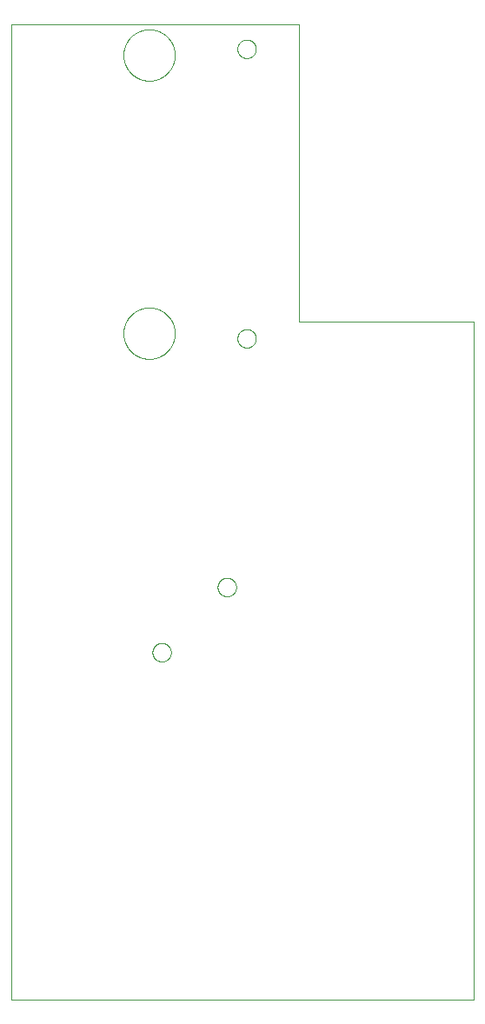
<source format=gbp>
G75*
%MOIN*%
%OFA0B0*%
%FSLAX25Y25*%
%IPPOS*%
%LPD*%
%AMOC8*
5,1,8,0,0,1.08239X$1,22.5*
%
%ADD10C,0.00000*%
D10*
X0001406Y0008882D02*
X0001406Y0382898D01*
X0111643Y0382898D01*
X0111643Y0268725D01*
X0178572Y0268725D01*
X0178572Y0008882D01*
X0001406Y0008882D01*
X0055435Y0142051D02*
X0055437Y0142170D01*
X0055443Y0142288D01*
X0055453Y0142406D01*
X0055467Y0142524D01*
X0055484Y0142641D01*
X0055506Y0142758D01*
X0055532Y0142874D01*
X0055561Y0142989D01*
X0055594Y0143103D01*
X0055631Y0143215D01*
X0055672Y0143327D01*
X0055717Y0143437D01*
X0055765Y0143545D01*
X0055817Y0143652D01*
X0055872Y0143757D01*
X0055931Y0143860D01*
X0055993Y0143961D01*
X0056058Y0144060D01*
X0056127Y0144157D01*
X0056199Y0144251D01*
X0056274Y0144343D01*
X0056352Y0144432D01*
X0056433Y0144519D01*
X0056517Y0144603D01*
X0056604Y0144684D01*
X0056693Y0144762D01*
X0056785Y0144837D01*
X0056879Y0144909D01*
X0056976Y0144978D01*
X0057075Y0145043D01*
X0057176Y0145105D01*
X0057279Y0145164D01*
X0057384Y0145219D01*
X0057491Y0145271D01*
X0057599Y0145319D01*
X0057709Y0145364D01*
X0057821Y0145405D01*
X0057933Y0145442D01*
X0058047Y0145475D01*
X0058162Y0145504D01*
X0058278Y0145530D01*
X0058395Y0145552D01*
X0058512Y0145569D01*
X0058630Y0145583D01*
X0058748Y0145593D01*
X0058866Y0145599D01*
X0058985Y0145601D01*
X0059104Y0145599D01*
X0059222Y0145593D01*
X0059340Y0145583D01*
X0059458Y0145569D01*
X0059575Y0145552D01*
X0059692Y0145530D01*
X0059808Y0145504D01*
X0059923Y0145475D01*
X0060037Y0145442D01*
X0060149Y0145405D01*
X0060261Y0145364D01*
X0060371Y0145319D01*
X0060479Y0145271D01*
X0060586Y0145219D01*
X0060691Y0145164D01*
X0060794Y0145105D01*
X0060895Y0145043D01*
X0060994Y0144978D01*
X0061091Y0144909D01*
X0061185Y0144837D01*
X0061277Y0144762D01*
X0061366Y0144684D01*
X0061453Y0144603D01*
X0061537Y0144519D01*
X0061618Y0144432D01*
X0061696Y0144343D01*
X0061771Y0144251D01*
X0061843Y0144157D01*
X0061912Y0144060D01*
X0061977Y0143961D01*
X0062039Y0143860D01*
X0062098Y0143757D01*
X0062153Y0143652D01*
X0062205Y0143545D01*
X0062253Y0143437D01*
X0062298Y0143327D01*
X0062339Y0143215D01*
X0062376Y0143103D01*
X0062409Y0142989D01*
X0062438Y0142874D01*
X0062464Y0142758D01*
X0062486Y0142641D01*
X0062503Y0142524D01*
X0062517Y0142406D01*
X0062527Y0142288D01*
X0062533Y0142170D01*
X0062535Y0142051D01*
X0062533Y0141932D01*
X0062527Y0141814D01*
X0062517Y0141696D01*
X0062503Y0141578D01*
X0062486Y0141461D01*
X0062464Y0141344D01*
X0062438Y0141228D01*
X0062409Y0141113D01*
X0062376Y0140999D01*
X0062339Y0140887D01*
X0062298Y0140775D01*
X0062253Y0140665D01*
X0062205Y0140557D01*
X0062153Y0140450D01*
X0062098Y0140345D01*
X0062039Y0140242D01*
X0061977Y0140141D01*
X0061912Y0140042D01*
X0061843Y0139945D01*
X0061771Y0139851D01*
X0061696Y0139759D01*
X0061618Y0139670D01*
X0061537Y0139583D01*
X0061453Y0139499D01*
X0061366Y0139418D01*
X0061277Y0139340D01*
X0061185Y0139265D01*
X0061091Y0139193D01*
X0060994Y0139124D01*
X0060895Y0139059D01*
X0060794Y0138997D01*
X0060691Y0138938D01*
X0060586Y0138883D01*
X0060479Y0138831D01*
X0060371Y0138783D01*
X0060261Y0138738D01*
X0060149Y0138697D01*
X0060037Y0138660D01*
X0059923Y0138627D01*
X0059808Y0138598D01*
X0059692Y0138572D01*
X0059575Y0138550D01*
X0059458Y0138533D01*
X0059340Y0138519D01*
X0059222Y0138509D01*
X0059104Y0138503D01*
X0058985Y0138501D01*
X0058866Y0138503D01*
X0058748Y0138509D01*
X0058630Y0138519D01*
X0058512Y0138533D01*
X0058395Y0138550D01*
X0058278Y0138572D01*
X0058162Y0138598D01*
X0058047Y0138627D01*
X0057933Y0138660D01*
X0057821Y0138697D01*
X0057709Y0138738D01*
X0057599Y0138783D01*
X0057491Y0138831D01*
X0057384Y0138883D01*
X0057279Y0138938D01*
X0057176Y0138997D01*
X0057075Y0139059D01*
X0056976Y0139124D01*
X0056879Y0139193D01*
X0056785Y0139265D01*
X0056693Y0139340D01*
X0056604Y0139418D01*
X0056517Y0139499D01*
X0056433Y0139583D01*
X0056352Y0139670D01*
X0056274Y0139759D01*
X0056199Y0139851D01*
X0056127Y0139945D01*
X0056058Y0140042D01*
X0055993Y0140141D01*
X0055931Y0140242D01*
X0055872Y0140345D01*
X0055817Y0140450D01*
X0055765Y0140557D01*
X0055717Y0140665D01*
X0055672Y0140775D01*
X0055631Y0140887D01*
X0055594Y0140999D01*
X0055561Y0141113D01*
X0055532Y0141228D01*
X0055506Y0141344D01*
X0055484Y0141461D01*
X0055467Y0141578D01*
X0055453Y0141696D01*
X0055443Y0141814D01*
X0055437Y0141932D01*
X0055435Y0142051D01*
X0080435Y0167051D02*
X0080437Y0167170D01*
X0080443Y0167288D01*
X0080453Y0167406D01*
X0080467Y0167524D01*
X0080484Y0167641D01*
X0080506Y0167758D01*
X0080532Y0167874D01*
X0080561Y0167989D01*
X0080594Y0168103D01*
X0080631Y0168215D01*
X0080672Y0168327D01*
X0080717Y0168437D01*
X0080765Y0168545D01*
X0080817Y0168652D01*
X0080872Y0168757D01*
X0080931Y0168860D01*
X0080993Y0168961D01*
X0081058Y0169060D01*
X0081127Y0169157D01*
X0081199Y0169251D01*
X0081274Y0169343D01*
X0081352Y0169432D01*
X0081433Y0169519D01*
X0081517Y0169603D01*
X0081604Y0169684D01*
X0081693Y0169762D01*
X0081785Y0169837D01*
X0081879Y0169909D01*
X0081976Y0169978D01*
X0082075Y0170043D01*
X0082176Y0170105D01*
X0082279Y0170164D01*
X0082384Y0170219D01*
X0082491Y0170271D01*
X0082599Y0170319D01*
X0082709Y0170364D01*
X0082821Y0170405D01*
X0082933Y0170442D01*
X0083047Y0170475D01*
X0083162Y0170504D01*
X0083278Y0170530D01*
X0083395Y0170552D01*
X0083512Y0170569D01*
X0083630Y0170583D01*
X0083748Y0170593D01*
X0083866Y0170599D01*
X0083985Y0170601D01*
X0084104Y0170599D01*
X0084222Y0170593D01*
X0084340Y0170583D01*
X0084458Y0170569D01*
X0084575Y0170552D01*
X0084692Y0170530D01*
X0084808Y0170504D01*
X0084923Y0170475D01*
X0085037Y0170442D01*
X0085149Y0170405D01*
X0085261Y0170364D01*
X0085371Y0170319D01*
X0085479Y0170271D01*
X0085586Y0170219D01*
X0085691Y0170164D01*
X0085794Y0170105D01*
X0085895Y0170043D01*
X0085994Y0169978D01*
X0086091Y0169909D01*
X0086185Y0169837D01*
X0086277Y0169762D01*
X0086366Y0169684D01*
X0086453Y0169603D01*
X0086537Y0169519D01*
X0086618Y0169432D01*
X0086696Y0169343D01*
X0086771Y0169251D01*
X0086843Y0169157D01*
X0086912Y0169060D01*
X0086977Y0168961D01*
X0087039Y0168860D01*
X0087098Y0168757D01*
X0087153Y0168652D01*
X0087205Y0168545D01*
X0087253Y0168437D01*
X0087298Y0168327D01*
X0087339Y0168215D01*
X0087376Y0168103D01*
X0087409Y0167989D01*
X0087438Y0167874D01*
X0087464Y0167758D01*
X0087486Y0167641D01*
X0087503Y0167524D01*
X0087517Y0167406D01*
X0087527Y0167288D01*
X0087533Y0167170D01*
X0087535Y0167051D01*
X0087533Y0166932D01*
X0087527Y0166814D01*
X0087517Y0166696D01*
X0087503Y0166578D01*
X0087486Y0166461D01*
X0087464Y0166344D01*
X0087438Y0166228D01*
X0087409Y0166113D01*
X0087376Y0165999D01*
X0087339Y0165887D01*
X0087298Y0165775D01*
X0087253Y0165665D01*
X0087205Y0165557D01*
X0087153Y0165450D01*
X0087098Y0165345D01*
X0087039Y0165242D01*
X0086977Y0165141D01*
X0086912Y0165042D01*
X0086843Y0164945D01*
X0086771Y0164851D01*
X0086696Y0164759D01*
X0086618Y0164670D01*
X0086537Y0164583D01*
X0086453Y0164499D01*
X0086366Y0164418D01*
X0086277Y0164340D01*
X0086185Y0164265D01*
X0086091Y0164193D01*
X0085994Y0164124D01*
X0085895Y0164059D01*
X0085794Y0163997D01*
X0085691Y0163938D01*
X0085586Y0163883D01*
X0085479Y0163831D01*
X0085371Y0163783D01*
X0085261Y0163738D01*
X0085149Y0163697D01*
X0085037Y0163660D01*
X0084923Y0163627D01*
X0084808Y0163598D01*
X0084692Y0163572D01*
X0084575Y0163550D01*
X0084458Y0163533D01*
X0084340Y0163519D01*
X0084222Y0163509D01*
X0084104Y0163503D01*
X0083985Y0163501D01*
X0083866Y0163503D01*
X0083748Y0163509D01*
X0083630Y0163519D01*
X0083512Y0163533D01*
X0083395Y0163550D01*
X0083278Y0163572D01*
X0083162Y0163598D01*
X0083047Y0163627D01*
X0082933Y0163660D01*
X0082821Y0163697D01*
X0082709Y0163738D01*
X0082599Y0163783D01*
X0082491Y0163831D01*
X0082384Y0163883D01*
X0082279Y0163938D01*
X0082176Y0163997D01*
X0082075Y0164059D01*
X0081976Y0164124D01*
X0081879Y0164193D01*
X0081785Y0164265D01*
X0081693Y0164340D01*
X0081604Y0164418D01*
X0081517Y0164499D01*
X0081433Y0164583D01*
X0081352Y0164670D01*
X0081274Y0164759D01*
X0081199Y0164851D01*
X0081127Y0164945D01*
X0081058Y0165042D01*
X0080993Y0165141D01*
X0080931Y0165242D01*
X0080872Y0165345D01*
X0080817Y0165450D01*
X0080765Y0165557D01*
X0080717Y0165665D01*
X0080672Y0165775D01*
X0080631Y0165887D01*
X0080594Y0165999D01*
X0080561Y0166113D01*
X0080532Y0166228D01*
X0080506Y0166344D01*
X0080484Y0166461D01*
X0080467Y0166578D01*
X0080453Y0166696D01*
X0080443Y0166814D01*
X0080437Y0166932D01*
X0080435Y0167051D01*
X0088021Y0262425D02*
X0088023Y0262543D01*
X0088029Y0262662D01*
X0088039Y0262780D01*
X0088053Y0262897D01*
X0088070Y0263014D01*
X0088092Y0263131D01*
X0088118Y0263246D01*
X0088147Y0263361D01*
X0088180Y0263475D01*
X0088217Y0263587D01*
X0088258Y0263698D01*
X0088302Y0263808D01*
X0088350Y0263916D01*
X0088402Y0264023D01*
X0088457Y0264128D01*
X0088516Y0264231D01*
X0088578Y0264331D01*
X0088643Y0264430D01*
X0088712Y0264527D01*
X0088783Y0264621D01*
X0088858Y0264712D01*
X0088936Y0264802D01*
X0089017Y0264888D01*
X0089101Y0264972D01*
X0089187Y0265053D01*
X0089277Y0265131D01*
X0089368Y0265206D01*
X0089462Y0265277D01*
X0089559Y0265346D01*
X0089658Y0265411D01*
X0089758Y0265473D01*
X0089861Y0265532D01*
X0089966Y0265587D01*
X0090073Y0265639D01*
X0090181Y0265687D01*
X0090291Y0265731D01*
X0090402Y0265772D01*
X0090514Y0265809D01*
X0090628Y0265842D01*
X0090743Y0265871D01*
X0090858Y0265897D01*
X0090975Y0265919D01*
X0091092Y0265936D01*
X0091209Y0265950D01*
X0091327Y0265960D01*
X0091446Y0265966D01*
X0091564Y0265968D01*
X0091682Y0265966D01*
X0091801Y0265960D01*
X0091919Y0265950D01*
X0092036Y0265936D01*
X0092153Y0265919D01*
X0092270Y0265897D01*
X0092385Y0265871D01*
X0092500Y0265842D01*
X0092614Y0265809D01*
X0092726Y0265772D01*
X0092837Y0265731D01*
X0092947Y0265687D01*
X0093055Y0265639D01*
X0093162Y0265587D01*
X0093267Y0265532D01*
X0093370Y0265473D01*
X0093470Y0265411D01*
X0093569Y0265346D01*
X0093666Y0265277D01*
X0093760Y0265206D01*
X0093851Y0265131D01*
X0093941Y0265053D01*
X0094027Y0264972D01*
X0094111Y0264888D01*
X0094192Y0264802D01*
X0094270Y0264712D01*
X0094345Y0264621D01*
X0094416Y0264527D01*
X0094485Y0264430D01*
X0094550Y0264331D01*
X0094612Y0264231D01*
X0094671Y0264128D01*
X0094726Y0264023D01*
X0094778Y0263916D01*
X0094826Y0263808D01*
X0094870Y0263698D01*
X0094911Y0263587D01*
X0094948Y0263475D01*
X0094981Y0263361D01*
X0095010Y0263246D01*
X0095036Y0263131D01*
X0095058Y0263014D01*
X0095075Y0262897D01*
X0095089Y0262780D01*
X0095099Y0262662D01*
X0095105Y0262543D01*
X0095107Y0262425D01*
X0095105Y0262307D01*
X0095099Y0262188D01*
X0095089Y0262070D01*
X0095075Y0261953D01*
X0095058Y0261836D01*
X0095036Y0261719D01*
X0095010Y0261604D01*
X0094981Y0261489D01*
X0094948Y0261375D01*
X0094911Y0261263D01*
X0094870Y0261152D01*
X0094826Y0261042D01*
X0094778Y0260934D01*
X0094726Y0260827D01*
X0094671Y0260722D01*
X0094612Y0260619D01*
X0094550Y0260519D01*
X0094485Y0260420D01*
X0094416Y0260323D01*
X0094345Y0260229D01*
X0094270Y0260138D01*
X0094192Y0260048D01*
X0094111Y0259962D01*
X0094027Y0259878D01*
X0093941Y0259797D01*
X0093851Y0259719D01*
X0093760Y0259644D01*
X0093666Y0259573D01*
X0093569Y0259504D01*
X0093470Y0259439D01*
X0093370Y0259377D01*
X0093267Y0259318D01*
X0093162Y0259263D01*
X0093055Y0259211D01*
X0092947Y0259163D01*
X0092837Y0259119D01*
X0092726Y0259078D01*
X0092614Y0259041D01*
X0092500Y0259008D01*
X0092385Y0258979D01*
X0092270Y0258953D01*
X0092153Y0258931D01*
X0092036Y0258914D01*
X0091919Y0258900D01*
X0091801Y0258890D01*
X0091682Y0258884D01*
X0091564Y0258882D01*
X0091446Y0258884D01*
X0091327Y0258890D01*
X0091209Y0258900D01*
X0091092Y0258914D01*
X0090975Y0258931D01*
X0090858Y0258953D01*
X0090743Y0258979D01*
X0090628Y0259008D01*
X0090514Y0259041D01*
X0090402Y0259078D01*
X0090291Y0259119D01*
X0090181Y0259163D01*
X0090073Y0259211D01*
X0089966Y0259263D01*
X0089861Y0259318D01*
X0089758Y0259377D01*
X0089658Y0259439D01*
X0089559Y0259504D01*
X0089462Y0259573D01*
X0089368Y0259644D01*
X0089277Y0259719D01*
X0089187Y0259797D01*
X0089101Y0259878D01*
X0089017Y0259962D01*
X0088936Y0260048D01*
X0088858Y0260138D01*
X0088783Y0260229D01*
X0088712Y0260323D01*
X0088643Y0260420D01*
X0088578Y0260519D01*
X0088516Y0260619D01*
X0088457Y0260722D01*
X0088402Y0260827D01*
X0088350Y0260934D01*
X0088302Y0261042D01*
X0088258Y0261152D01*
X0088217Y0261263D01*
X0088180Y0261375D01*
X0088147Y0261489D01*
X0088118Y0261604D01*
X0088092Y0261719D01*
X0088070Y0261836D01*
X0088053Y0261953D01*
X0088039Y0262070D01*
X0088029Y0262188D01*
X0088023Y0262307D01*
X0088021Y0262425D01*
X0044319Y0264394D02*
X0044322Y0264636D01*
X0044331Y0264877D01*
X0044346Y0265118D01*
X0044366Y0265359D01*
X0044393Y0265599D01*
X0044426Y0265838D01*
X0044464Y0266077D01*
X0044508Y0266314D01*
X0044558Y0266551D01*
X0044614Y0266786D01*
X0044676Y0267019D01*
X0044743Y0267251D01*
X0044816Y0267482D01*
X0044894Y0267710D01*
X0044979Y0267936D01*
X0045068Y0268161D01*
X0045163Y0268383D01*
X0045264Y0268602D01*
X0045370Y0268820D01*
X0045481Y0269034D01*
X0045598Y0269246D01*
X0045719Y0269454D01*
X0045846Y0269660D01*
X0045978Y0269862D01*
X0046115Y0270062D01*
X0046256Y0270257D01*
X0046402Y0270450D01*
X0046553Y0270638D01*
X0046709Y0270823D01*
X0046869Y0271004D01*
X0047033Y0271181D01*
X0047202Y0271354D01*
X0047375Y0271523D01*
X0047552Y0271687D01*
X0047733Y0271847D01*
X0047918Y0272003D01*
X0048106Y0272154D01*
X0048299Y0272300D01*
X0048494Y0272441D01*
X0048694Y0272578D01*
X0048896Y0272710D01*
X0049102Y0272837D01*
X0049310Y0272958D01*
X0049522Y0273075D01*
X0049736Y0273186D01*
X0049954Y0273292D01*
X0050173Y0273393D01*
X0050395Y0273488D01*
X0050620Y0273577D01*
X0050846Y0273662D01*
X0051074Y0273740D01*
X0051305Y0273813D01*
X0051537Y0273880D01*
X0051770Y0273942D01*
X0052005Y0273998D01*
X0052242Y0274048D01*
X0052479Y0274092D01*
X0052718Y0274130D01*
X0052957Y0274163D01*
X0053197Y0274190D01*
X0053438Y0274210D01*
X0053679Y0274225D01*
X0053920Y0274234D01*
X0054162Y0274237D01*
X0054404Y0274234D01*
X0054645Y0274225D01*
X0054886Y0274210D01*
X0055127Y0274190D01*
X0055367Y0274163D01*
X0055606Y0274130D01*
X0055845Y0274092D01*
X0056082Y0274048D01*
X0056319Y0273998D01*
X0056554Y0273942D01*
X0056787Y0273880D01*
X0057019Y0273813D01*
X0057250Y0273740D01*
X0057478Y0273662D01*
X0057704Y0273577D01*
X0057929Y0273488D01*
X0058151Y0273393D01*
X0058370Y0273292D01*
X0058588Y0273186D01*
X0058802Y0273075D01*
X0059014Y0272958D01*
X0059222Y0272837D01*
X0059428Y0272710D01*
X0059630Y0272578D01*
X0059830Y0272441D01*
X0060025Y0272300D01*
X0060218Y0272154D01*
X0060406Y0272003D01*
X0060591Y0271847D01*
X0060772Y0271687D01*
X0060949Y0271523D01*
X0061122Y0271354D01*
X0061291Y0271181D01*
X0061455Y0271004D01*
X0061615Y0270823D01*
X0061771Y0270638D01*
X0061922Y0270450D01*
X0062068Y0270257D01*
X0062209Y0270062D01*
X0062346Y0269862D01*
X0062478Y0269660D01*
X0062605Y0269454D01*
X0062726Y0269246D01*
X0062843Y0269034D01*
X0062954Y0268820D01*
X0063060Y0268602D01*
X0063161Y0268383D01*
X0063256Y0268161D01*
X0063345Y0267936D01*
X0063430Y0267710D01*
X0063508Y0267482D01*
X0063581Y0267251D01*
X0063648Y0267019D01*
X0063710Y0266786D01*
X0063766Y0266551D01*
X0063816Y0266314D01*
X0063860Y0266077D01*
X0063898Y0265838D01*
X0063931Y0265599D01*
X0063958Y0265359D01*
X0063978Y0265118D01*
X0063993Y0264877D01*
X0064002Y0264636D01*
X0064005Y0264394D01*
X0064002Y0264152D01*
X0063993Y0263911D01*
X0063978Y0263670D01*
X0063958Y0263429D01*
X0063931Y0263189D01*
X0063898Y0262950D01*
X0063860Y0262711D01*
X0063816Y0262474D01*
X0063766Y0262237D01*
X0063710Y0262002D01*
X0063648Y0261769D01*
X0063581Y0261537D01*
X0063508Y0261306D01*
X0063430Y0261078D01*
X0063345Y0260852D01*
X0063256Y0260627D01*
X0063161Y0260405D01*
X0063060Y0260186D01*
X0062954Y0259968D01*
X0062843Y0259754D01*
X0062726Y0259542D01*
X0062605Y0259334D01*
X0062478Y0259128D01*
X0062346Y0258926D01*
X0062209Y0258726D01*
X0062068Y0258531D01*
X0061922Y0258338D01*
X0061771Y0258150D01*
X0061615Y0257965D01*
X0061455Y0257784D01*
X0061291Y0257607D01*
X0061122Y0257434D01*
X0060949Y0257265D01*
X0060772Y0257101D01*
X0060591Y0256941D01*
X0060406Y0256785D01*
X0060218Y0256634D01*
X0060025Y0256488D01*
X0059830Y0256347D01*
X0059630Y0256210D01*
X0059428Y0256078D01*
X0059222Y0255951D01*
X0059014Y0255830D01*
X0058802Y0255713D01*
X0058588Y0255602D01*
X0058370Y0255496D01*
X0058151Y0255395D01*
X0057929Y0255300D01*
X0057704Y0255211D01*
X0057478Y0255126D01*
X0057250Y0255048D01*
X0057019Y0254975D01*
X0056787Y0254908D01*
X0056554Y0254846D01*
X0056319Y0254790D01*
X0056082Y0254740D01*
X0055845Y0254696D01*
X0055606Y0254658D01*
X0055367Y0254625D01*
X0055127Y0254598D01*
X0054886Y0254578D01*
X0054645Y0254563D01*
X0054404Y0254554D01*
X0054162Y0254551D01*
X0053920Y0254554D01*
X0053679Y0254563D01*
X0053438Y0254578D01*
X0053197Y0254598D01*
X0052957Y0254625D01*
X0052718Y0254658D01*
X0052479Y0254696D01*
X0052242Y0254740D01*
X0052005Y0254790D01*
X0051770Y0254846D01*
X0051537Y0254908D01*
X0051305Y0254975D01*
X0051074Y0255048D01*
X0050846Y0255126D01*
X0050620Y0255211D01*
X0050395Y0255300D01*
X0050173Y0255395D01*
X0049954Y0255496D01*
X0049736Y0255602D01*
X0049522Y0255713D01*
X0049310Y0255830D01*
X0049102Y0255951D01*
X0048896Y0256078D01*
X0048694Y0256210D01*
X0048494Y0256347D01*
X0048299Y0256488D01*
X0048106Y0256634D01*
X0047918Y0256785D01*
X0047733Y0256941D01*
X0047552Y0257101D01*
X0047375Y0257265D01*
X0047202Y0257434D01*
X0047033Y0257607D01*
X0046869Y0257784D01*
X0046709Y0257965D01*
X0046553Y0258150D01*
X0046402Y0258338D01*
X0046256Y0258531D01*
X0046115Y0258726D01*
X0045978Y0258926D01*
X0045846Y0259128D01*
X0045719Y0259334D01*
X0045598Y0259542D01*
X0045481Y0259754D01*
X0045370Y0259968D01*
X0045264Y0260186D01*
X0045163Y0260405D01*
X0045068Y0260627D01*
X0044979Y0260852D01*
X0044894Y0261078D01*
X0044816Y0261306D01*
X0044743Y0261537D01*
X0044676Y0261769D01*
X0044614Y0262002D01*
X0044558Y0262237D01*
X0044508Y0262474D01*
X0044464Y0262711D01*
X0044426Y0262950D01*
X0044393Y0263189D01*
X0044366Y0263429D01*
X0044346Y0263670D01*
X0044331Y0263911D01*
X0044322Y0264152D01*
X0044319Y0264394D01*
X0044319Y0371087D02*
X0044322Y0371329D01*
X0044331Y0371570D01*
X0044346Y0371811D01*
X0044366Y0372052D01*
X0044393Y0372292D01*
X0044426Y0372531D01*
X0044464Y0372770D01*
X0044508Y0373007D01*
X0044558Y0373244D01*
X0044614Y0373479D01*
X0044676Y0373712D01*
X0044743Y0373944D01*
X0044816Y0374175D01*
X0044894Y0374403D01*
X0044979Y0374629D01*
X0045068Y0374854D01*
X0045163Y0375076D01*
X0045264Y0375295D01*
X0045370Y0375513D01*
X0045481Y0375727D01*
X0045598Y0375939D01*
X0045719Y0376147D01*
X0045846Y0376353D01*
X0045978Y0376555D01*
X0046115Y0376755D01*
X0046256Y0376950D01*
X0046402Y0377143D01*
X0046553Y0377331D01*
X0046709Y0377516D01*
X0046869Y0377697D01*
X0047033Y0377874D01*
X0047202Y0378047D01*
X0047375Y0378216D01*
X0047552Y0378380D01*
X0047733Y0378540D01*
X0047918Y0378696D01*
X0048106Y0378847D01*
X0048299Y0378993D01*
X0048494Y0379134D01*
X0048694Y0379271D01*
X0048896Y0379403D01*
X0049102Y0379530D01*
X0049310Y0379651D01*
X0049522Y0379768D01*
X0049736Y0379879D01*
X0049954Y0379985D01*
X0050173Y0380086D01*
X0050395Y0380181D01*
X0050620Y0380270D01*
X0050846Y0380355D01*
X0051074Y0380433D01*
X0051305Y0380506D01*
X0051537Y0380573D01*
X0051770Y0380635D01*
X0052005Y0380691D01*
X0052242Y0380741D01*
X0052479Y0380785D01*
X0052718Y0380823D01*
X0052957Y0380856D01*
X0053197Y0380883D01*
X0053438Y0380903D01*
X0053679Y0380918D01*
X0053920Y0380927D01*
X0054162Y0380930D01*
X0054404Y0380927D01*
X0054645Y0380918D01*
X0054886Y0380903D01*
X0055127Y0380883D01*
X0055367Y0380856D01*
X0055606Y0380823D01*
X0055845Y0380785D01*
X0056082Y0380741D01*
X0056319Y0380691D01*
X0056554Y0380635D01*
X0056787Y0380573D01*
X0057019Y0380506D01*
X0057250Y0380433D01*
X0057478Y0380355D01*
X0057704Y0380270D01*
X0057929Y0380181D01*
X0058151Y0380086D01*
X0058370Y0379985D01*
X0058588Y0379879D01*
X0058802Y0379768D01*
X0059014Y0379651D01*
X0059222Y0379530D01*
X0059428Y0379403D01*
X0059630Y0379271D01*
X0059830Y0379134D01*
X0060025Y0378993D01*
X0060218Y0378847D01*
X0060406Y0378696D01*
X0060591Y0378540D01*
X0060772Y0378380D01*
X0060949Y0378216D01*
X0061122Y0378047D01*
X0061291Y0377874D01*
X0061455Y0377697D01*
X0061615Y0377516D01*
X0061771Y0377331D01*
X0061922Y0377143D01*
X0062068Y0376950D01*
X0062209Y0376755D01*
X0062346Y0376555D01*
X0062478Y0376353D01*
X0062605Y0376147D01*
X0062726Y0375939D01*
X0062843Y0375727D01*
X0062954Y0375513D01*
X0063060Y0375295D01*
X0063161Y0375076D01*
X0063256Y0374854D01*
X0063345Y0374629D01*
X0063430Y0374403D01*
X0063508Y0374175D01*
X0063581Y0373944D01*
X0063648Y0373712D01*
X0063710Y0373479D01*
X0063766Y0373244D01*
X0063816Y0373007D01*
X0063860Y0372770D01*
X0063898Y0372531D01*
X0063931Y0372292D01*
X0063958Y0372052D01*
X0063978Y0371811D01*
X0063993Y0371570D01*
X0064002Y0371329D01*
X0064005Y0371087D01*
X0064002Y0370845D01*
X0063993Y0370604D01*
X0063978Y0370363D01*
X0063958Y0370122D01*
X0063931Y0369882D01*
X0063898Y0369643D01*
X0063860Y0369404D01*
X0063816Y0369167D01*
X0063766Y0368930D01*
X0063710Y0368695D01*
X0063648Y0368462D01*
X0063581Y0368230D01*
X0063508Y0367999D01*
X0063430Y0367771D01*
X0063345Y0367545D01*
X0063256Y0367320D01*
X0063161Y0367098D01*
X0063060Y0366879D01*
X0062954Y0366661D01*
X0062843Y0366447D01*
X0062726Y0366235D01*
X0062605Y0366027D01*
X0062478Y0365821D01*
X0062346Y0365619D01*
X0062209Y0365419D01*
X0062068Y0365224D01*
X0061922Y0365031D01*
X0061771Y0364843D01*
X0061615Y0364658D01*
X0061455Y0364477D01*
X0061291Y0364300D01*
X0061122Y0364127D01*
X0060949Y0363958D01*
X0060772Y0363794D01*
X0060591Y0363634D01*
X0060406Y0363478D01*
X0060218Y0363327D01*
X0060025Y0363181D01*
X0059830Y0363040D01*
X0059630Y0362903D01*
X0059428Y0362771D01*
X0059222Y0362644D01*
X0059014Y0362523D01*
X0058802Y0362406D01*
X0058588Y0362295D01*
X0058370Y0362189D01*
X0058151Y0362088D01*
X0057929Y0361993D01*
X0057704Y0361904D01*
X0057478Y0361819D01*
X0057250Y0361741D01*
X0057019Y0361668D01*
X0056787Y0361601D01*
X0056554Y0361539D01*
X0056319Y0361483D01*
X0056082Y0361433D01*
X0055845Y0361389D01*
X0055606Y0361351D01*
X0055367Y0361318D01*
X0055127Y0361291D01*
X0054886Y0361271D01*
X0054645Y0361256D01*
X0054404Y0361247D01*
X0054162Y0361244D01*
X0053920Y0361247D01*
X0053679Y0361256D01*
X0053438Y0361271D01*
X0053197Y0361291D01*
X0052957Y0361318D01*
X0052718Y0361351D01*
X0052479Y0361389D01*
X0052242Y0361433D01*
X0052005Y0361483D01*
X0051770Y0361539D01*
X0051537Y0361601D01*
X0051305Y0361668D01*
X0051074Y0361741D01*
X0050846Y0361819D01*
X0050620Y0361904D01*
X0050395Y0361993D01*
X0050173Y0362088D01*
X0049954Y0362189D01*
X0049736Y0362295D01*
X0049522Y0362406D01*
X0049310Y0362523D01*
X0049102Y0362644D01*
X0048896Y0362771D01*
X0048694Y0362903D01*
X0048494Y0363040D01*
X0048299Y0363181D01*
X0048106Y0363327D01*
X0047918Y0363478D01*
X0047733Y0363634D01*
X0047552Y0363794D01*
X0047375Y0363958D01*
X0047202Y0364127D01*
X0047033Y0364300D01*
X0046869Y0364477D01*
X0046709Y0364658D01*
X0046553Y0364843D01*
X0046402Y0365031D01*
X0046256Y0365224D01*
X0046115Y0365419D01*
X0045978Y0365619D01*
X0045846Y0365821D01*
X0045719Y0366027D01*
X0045598Y0366235D01*
X0045481Y0366447D01*
X0045370Y0366661D01*
X0045264Y0366879D01*
X0045163Y0367098D01*
X0045068Y0367320D01*
X0044979Y0367545D01*
X0044894Y0367771D01*
X0044816Y0367999D01*
X0044743Y0368230D01*
X0044676Y0368462D01*
X0044614Y0368695D01*
X0044558Y0368930D01*
X0044508Y0369167D01*
X0044464Y0369404D01*
X0044426Y0369643D01*
X0044393Y0369882D01*
X0044366Y0370122D01*
X0044346Y0370363D01*
X0044331Y0370604D01*
X0044322Y0370845D01*
X0044319Y0371087D01*
X0088021Y0373449D02*
X0088023Y0373567D01*
X0088029Y0373686D01*
X0088039Y0373804D01*
X0088053Y0373921D01*
X0088070Y0374038D01*
X0088092Y0374155D01*
X0088118Y0374270D01*
X0088147Y0374385D01*
X0088180Y0374499D01*
X0088217Y0374611D01*
X0088258Y0374722D01*
X0088302Y0374832D01*
X0088350Y0374940D01*
X0088402Y0375047D01*
X0088457Y0375152D01*
X0088516Y0375255D01*
X0088578Y0375355D01*
X0088643Y0375454D01*
X0088712Y0375551D01*
X0088783Y0375645D01*
X0088858Y0375736D01*
X0088936Y0375826D01*
X0089017Y0375912D01*
X0089101Y0375996D01*
X0089187Y0376077D01*
X0089277Y0376155D01*
X0089368Y0376230D01*
X0089462Y0376301D01*
X0089559Y0376370D01*
X0089658Y0376435D01*
X0089758Y0376497D01*
X0089861Y0376556D01*
X0089966Y0376611D01*
X0090073Y0376663D01*
X0090181Y0376711D01*
X0090291Y0376755D01*
X0090402Y0376796D01*
X0090514Y0376833D01*
X0090628Y0376866D01*
X0090743Y0376895D01*
X0090858Y0376921D01*
X0090975Y0376943D01*
X0091092Y0376960D01*
X0091209Y0376974D01*
X0091327Y0376984D01*
X0091446Y0376990D01*
X0091564Y0376992D01*
X0091682Y0376990D01*
X0091801Y0376984D01*
X0091919Y0376974D01*
X0092036Y0376960D01*
X0092153Y0376943D01*
X0092270Y0376921D01*
X0092385Y0376895D01*
X0092500Y0376866D01*
X0092614Y0376833D01*
X0092726Y0376796D01*
X0092837Y0376755D01*
X0092947Y0376711D01*
X0093055Y0376663D01*
X0093162Y0376611D01*
X0093267Y0376556D01*
X0093370Y0376497D01*
X0093470Y0376435D01*
X0093569Y0376370D01*
X0093666Y0376301D01*
X0093760Y0376230D01*
X0093851Y0376155D01*
X0093941Y0376077D01*
X0094027Y0375996D01*
X0094111Y0375912D01*
X0094192Y0375826D01*
X0094270Y0375736D01*
X0094345Y0375645D01*
X0094416Y0375551D01*
X0094485Y0375454D01*
X0094550Y0375355D01*
X0094612Y0375255D01*
X0094671Y0375152D01*
X0094726Y0375047D01*
X0094778Y0374940D01*
X0094826Y0374832D01*
X0094870Y0374722D01*
X0094911Y0374611D01*
X0094948Y0374499D01*
X0094981Y0374385D01*
X0095010Y0374270D01*
X0095036Y0374155D01*
X0095058Y0374038D01*
X0095075Y0373921D01*
X0095089Y0373804D01*
X0095099Y0373686D01*
X0095105Y0373567D01*
X0095107Y0373449D01*
X0095105Y0373331D01*
X0095099Y0373212D01*
X0095089Y0373094D01*
X0095075Y0372977D01*
X0095058Y0372860D01*
X0095036Y0372743D01*
X0095010Y0372628D01*
X0094981Y0372513D01*
X0094948Y0372399D01*
X0094911Y0372287D01*
X0094870Y0372176D01*
X0094826Y0372066D01*
X0094778Y0371958D01*
X0094726Y0371851D01*
X0094671Y0371746D01*
X0094612Y0371643D01*
X0094550Y0371543D01*
X0094485Y0371444D01*
X0094416Y0371347D01*
X0094345Y0371253D01*
X0094270Y0371162D01*
X0094192Y0371072D01*
X0094111Y0370986D01*
X0094027Y0370902D01*
X0093941Y0370821D01*
X0093851Y0370743D01*
X0093760Y0370668D01*
X0093666Y0370597D01*
X0093569Y0370528D01*
X0093470Y0370463D01*
X0093370Y0370401D01*
X0093267Y0370342D01*
X0093162Y0370287D01*
X0093055Y0370235D01*
X0092947Y0370187D01*
X0092837Y0370143D01*
X0092726Y0370102D01*
X0092614Y0370065D01*
X0092500Y0370032D01*
X0092385Y0370003D01*
X0092270Y0369977D01*
X0092153Y0369955D01*
X0092036Y0369938D01*
X0091919Y0369924D01*
X0091801Y0369914D01*
X0091682Y0369908D01*
X0091564Y0369906D01*
X0091446Y0369908D01*
X0091327Y0369914D01*
X0091209Y0369924D01*
X0091092Y0369938D01*
X0090975Y0369955D01*
X0090858Y0369977D01*
X0090743Y0370003D01*
X0090628Y0370032D01*
X0090514Y0370065D01*
X0090402Y0370102D01*
X0090291Y0370143D01*
X0090181Y0370187D01*
X0090073Y0370235D01*
X0089966Y0370287D01*
X0089861Y0370342D01*
X0089758Y0370401D01*
X0089658Y0370463D01*
X0089559Y0370528D01*
X0089462Y0370597D01*
X0089368Y0370668D01*
X0089277Y0370743D01*
X0089187Y0370821D01*
X0089101Y0370902D01*
X0089017Y0370986D01*
X0088936Y0371072D01*
X0088858Y0371162D01*
X0088783Y0371253D01*
X0088712Y0371347D01*
X0088643Y0371444D01*
X0088578Y0371543D01*
X0088516Y0371643D01*
X0088457Y0371746D01*
X0088402Y0371851D01*
X0088350Y0371958D01*
X0088302Y0372066D01*
X0088258Y0372176D01*
X0088217Y0372287D01*
X0088180Y0372399D01*
X0088147Y0372513D01*
X0088118Y0372628D01*
X0088092Y0372743D01*
X0088070Y0372860D01*
X0088053Y0372977D01*
X0088039Y0373094D01*
X0088029Y0373212D01*
X0088023Y0373331D01*
X0088021Y0373449D01*
M02*

</source>
